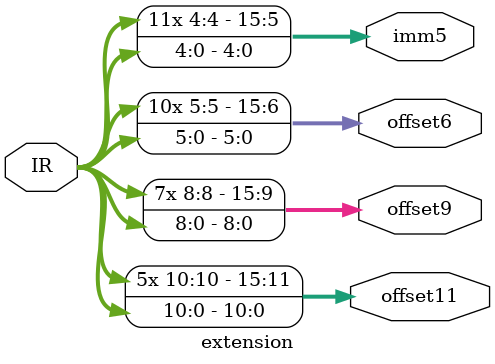
<source format=sv>

module execute(clock, reset, E_Control, IR, npc, W_Control_in, Mem_Control_in, VSR1, VSR2, enable_execute,  W_Control_out, Mem_Control_out, NZP, aluout, pcout, sr1, sr2, dr, M_Data);

input clock, reset, enable_execute;
input[1:0]W_Control_in;						
input Mem_Control_in;
input [5:0]E_Control;
input [15:0]IR;
input [15:0]npc;
input [15:0]VSR1, VSR2;
/* 
input bypass_alu_1,bypass_alu_2,bypass_mem_1,bypass_mem_2;
input Mem_Bypass_Val;
output [15:0]IR_Exec;
*/
output [15:0]aluout,pcout;
output [1:0]W_Control_out;
output	Mem_Control_out;
output [2:0]NZP;
output [2:0]sr1, sr2, dr;
output [15:0]M_Data;
   
reg [2:0]sr1, sr2, dr;
reg [1:0]W_Control_out;
reg Mem_Control_out;
reg [15:0]M_Data;
reg [15:0]pcout;

wire [15:0]offset11, offset9, offset6, imm5, trapvect8;
wire [1:0]pcselect1, alu_control, alu_control_temp;
wire pcselect2, op2select;
reg [15:0]addrin1, addrin2, aluin1_temp, aluin2_temp;
wire alucarry; 		
wire [15:0]VSR1_int, VSR2_int;
wire alu_or_pc; 
wire [15:0]aluin1, aluin2;
reg [2:0]NZP;

//NZP block   
always @ (posedge clock)
begin
	if(reset)
	begin
		NZP <= 3'b000;        // NZP = 3'b001; use of non blocking is recommended to implement sequential logic
	end
	else if(enable_execute)
	begin
		if(IR[13:12]== 00)
		begin
			if(IR[15:14] == 2'b00)
			begin
				NZP <=  IR[11:9];
			end
			else if(IR[15:14] == 2'b11)
			begin
				NZP <= 3'b000;
			end
			else
			begin
				NZP <= 3'b000;
			end
		end
		else
		begin
			NZP <= 3'b000;
		end
	end
	else 
	begin
		NZP <= 3'b000;
	end
end

// IR block   
always @(IR) 
begin
	case(IR[13:12])
	2'b00: 
	begin
		// use of blocking assignment is recommended for combinational logic
		sr1=IR[8:6];
	        sr2=3'd0; 
	end	
	2'b01: 
	begin 
		sr1=IR[8:6];
		sr2=IR[2:0];
		//Incorrect assignment statement sr2<=IR[3:1];
	end
	2'b10: 
	begin
		sr1=IR[8:6];  
	        sr2=3'd0;    
	        //sr2=IR[2:0];
		//sr2=3'd1;		
	end
	2'b11: 
	begin
		sr1=IR[8:6];    
	        sr2=3'd0;
	        //sr2=IR[11:9];      	       
	end
	endcase 
end

//dr block     
always @(posedge clock) 
begin
	if(reset)
 	begin
 		dr <=0;
 	end
 	else if (enable_execute)
 	begin
 		case(IR[13:12])
		2'b00: 
		begin
			dr<=3'd0;       
			//dr<=IR[11:9];
		end	
		
		
		2'b01: 
		begin
			//dr<=IR[10:8];   
		 	dr<=IR[11:9];
		end
		
		2'b10: 
		begin
			dr<=IR[11:9];
			//dr<=IR[12:10]; 			
		end
		
		2'b11: 
		begin
			dr<=3'd0;    
			//dr<=IR[11:9];      
		end
	        endcase
	end
end

always @ (posedge clock)
begin
	if(reset)
	begin
		W_Control_out<=0;
	     	Mem_Control_out<=0;
	     	M_Data<=0;
	end
		
	else if (enable_execute)
	begin
		W_Control_out<=W_Control_in;
	     	Mem_Control_out<=Mem_Control_in;
	       	M_Data<=VSR2_int;
	end	  		 
end
   
   
always @(VSR1_int) aluin1_temp=VSR1_int;

always @(op2select,VSR2_int,imm5)
begin
	if(op2select)
       	aluin2_temp=VSR2_int;
    	else
 	aluin2_temp=imm5;
end

always @(pcselect1,offset11,offset9,offset6)
begin
	case(pcselect1)
        0: addrin1=offset11;
        1: addrin1=offset9;
        2: addrin1=offset6;
        3: addrin1=0;
        endcase
end
   
always @(pcselect2,npc,VSR1_int,IR)
begin
	if(pcselect2)
	begin
		addrin2=npc;
	end
	else addrin2=VSR1_int;
end

always @(posedge clock)
begin
	if (reset)
	begin
		pcout <= 0;
        end
        else if (enable_execute)
        begin
                pcout <= addrin1 + addrin2;
        end
end   

assign {alu_control_temp, pcselect1, pcselect2, op2select}=E_Control;
   
//assign {alu_control_temp, pcselect2, pcselect1, op2select}=E_Control;   ///---WRONG ASSIGNMENT---///
   
assign VSR1_int = VSR1;
   
assign VSR2_int = VSR2;

assign	aluin1= aluin1_temp;
   
assign	aluin2= aluin2_temp;

assign 	alu_control = alu_control_temp; 

//module ALU(clock, reset, aluin1, aluin2, alu_control, enable_execute, aluout, alucarry);
   
ALU alu (clock, reset, aluin1, aluin2, alu_control, enable_execute, aluout, alucarry);

//module extension(IR, offset11, offset9, offset6, imm5);

extension ex (IR, offset11, offset9, offset6, imm5); 

endmodule


//ALU block

module ALU(clock, reset, aluin1, aluin2, alu_control, enable_execute, aluout, alucarry);
input clock, reset;
input [15:0]aluin1, aluin2;
input [1:0]alu_control;
input enable_execute;
output [15:0]aluout;
output alucarry;
   
reg [15:0]aluout;
reg alucarry;

always @(posedge clock)
begin
	if (reset)
        begin
        	alucarry<=0;
        	aluout<=0;
        end
        else if (enable_execute)
        begin
        	case(alu_control)
        	0: {alucarry,aluout}<=  aluin1+ aluin2;
		1: {alucarry,aluout}<= {1'b0, aluin1&aluin2};
		2: {alucarry,aluout}<= {1'b0, ~aluin1};
		//1: {alucarry,aluout}<= {1'b0 ,{aluin1&{aluin2[15:7] ,aluin2[5], aluin2[6], aluin2[4:0]}}};
    	        default:
    	        begin
    	        	{alucarry,aluout}<= {17{1'b0}};
			//{alucarry,aluout}<= ~(aluin1^aluin2);  
   	  	end
   	  	endcase
	end	
end
endmodule 


// extension module

module extension(IR, offset11, offset9, offset6, imm5);
input [15:0]IR;
output [15:0]offset11, offset9, offset6, imm5;

assign offset11={{5{IR[10]}}, IR[10:0]};	
   
assign offset9={{7{IR[8]}}, IR[8:0]};
 
assign offset6={{10{IR[5]}}, IR[5:0]};
   
assign imm5={{11{IR[4]}}, IR[4:0]};
   
//assign imm5={{12{IR[3]}}, IR[3:0]};  
  
//assign trapvect8={{8{IR[7]}}, IR[7:0]};

//assign offset9={{8{IR[7]}}, IR[7:0]};  
endmodule 


</source>
